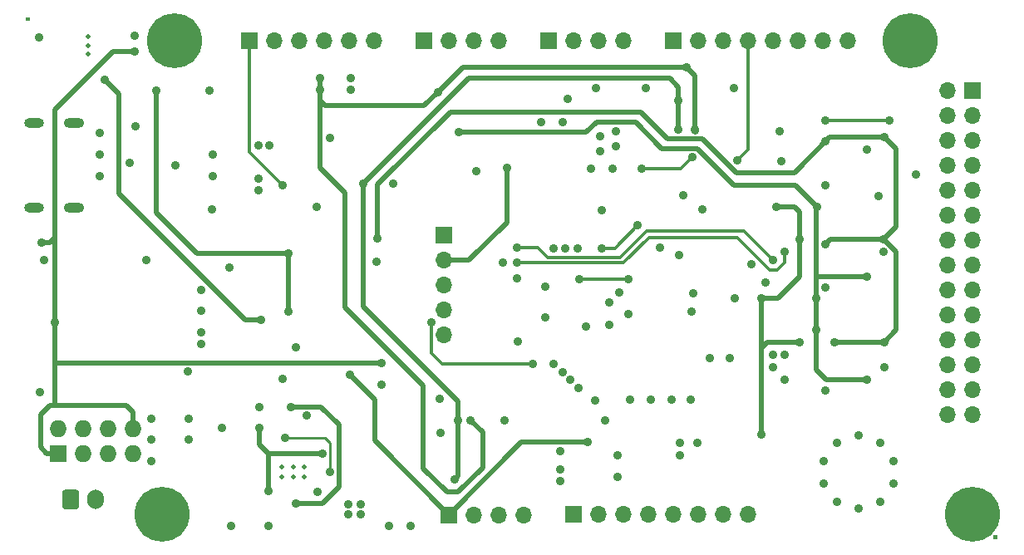
<source format=gbr>
G04 #@! TF.GenerationSoftware,KiCad,Pcbnew,5.1.10-88a1d61d58~90~ubuntu20.04.1*
G04 #@! TF.CreationDate,2021-08-06T09:09:21+02:00*
G04 #@! TF.ProjectId,PSLab,50534c61-622e-46b6-9963-61645f706362,v6.1*
G04 #@! TF.SameCoordinates,Original*
G04 #@! TF.FileFunction,Copper,L3,Inr*
G04 #@! TF.FilePolarity,Positive*
%FSLAX46Y46*%
G04 Gerber Fmt 4.6, Leading zero omitted, Abs format (unit mm)*
G04 Created by KiCad (PCBNEW 5.1.10-88a1d61d58~90~ubuntu20.04.1) date 2021-08-06 09:09:21*
%MOMM*%
%LPD*%
G01*
G04 APERTURE LIST*
G04 #@! TA.AperFunction,ComponentPad*
%ADD10O,1.700000X1.700000*%
G04 #@! TD*
G04 #@! TA.AperFunction,ComponentPad*
%ADD11R,1.700000X1.700000*%
G04 #@! TD*
G04 #@! TA.AperFunction,ComponentPad*
%ADD12C,0.500000*%
G04 #@! TD*
G04 #@! TA.AperFunction,ComponentPad*
%ADD13R,1.727200X1.727200*%
G04 #@! TD*
G04 #@! TA.AperFunction,ComponentPad*
%ADD14O,1.727200X1.727200*%
G04 #@! TD*
G04 #@! TA.AperFunction,ComponentPad*
%ADD15O,2.100000X1.000000*%
G04 #@! TD*
G04 #@! TA.AperFunction,ComponentPad*
%ADD16O,2.000000X1.000000*%
G04 #@! TD*
G04 #@! TA.AperFunction,ComponentPad*
%ADD17C,5.600000*%
G04 #@! TD*
G04 #@! TA.AperFunction,ComponentPad*
%ADD18O,1.700000X2.000000*%
G04 #@! TD*
G04 #@! TA.AperFunction,ViaPad*
%ADD19C,0.914400*%
G04 #@! TD*
G04 #@! TA.AperFunction,Conductor*
%ADD20C,0.508000*%
G04 #@! TD*
G04 #@! TA.AperFunction,Conductor*
%ADD21C,0.304800*%
G04 #@! TD*
G04 #@! TA.AperFunction,Conductor*
%ADD22C,0.254000*%
G04 #@! TD*
G04 #@! TA.AperFunction,Conductor*
%ADD23C,0.406400*%
G04 #@! TD*
G04 #@! TA.AperFunction,Conductor*
%ADD24C,0.762000*%
G04 #@! TD*
G04 #@! TA.AperFunction,NonConductor*
%ADD25C,0.030000*%
G04 #@! TD*
G04 #@! TA.AperFunction,NonConductor*
%ADD26C,0.100000*%
G04 #@! TD*
G04 APERTURE END LIST*
D10*
X133612000Y-92752000D03*
X133612000Y-90212000D03*
X133612000Y-87672000D03*
X133612000Y-85132000D03*
D11*
X133612000Y-82592000D03*
D12*
X97350000Y-62371000D03*
X97350000Y-64149000D03*
X97350000Y-63260000D03*
X119388000Y-107230000D03*
X119388000Y-106214000D03*
X118245000Y-106214000D03*
X118245000Y-107230000D03*
X117102000Y-106214000D03*
X117102000Y-107230000D03*
D13*
X94305500Y-104817000D03*
D14*
X94305500Y-102277000D03*
X96845500Y-104817000D03*
X96845500Y-102277000D03*
X99385500Y-104817000D03*
X99385500Y-102277000D03*
X101925500Y-104817000D03*
X101925500Y-102277000D03*
D15*
X95945000Y-71160000D03*
X95945000Y-79800000D03*
D16*
X91865000Y-71160000D03*
X91865000Y-79800000D03*
D17*
X104880000Y-111020000D03*
G04 #@! TA.AperFunction,ComponentPad*
G36*
G01*
X94725500Y-110266000D02*
X94725500Y-108766000D01*
G75*
G02*
X94975500Y-108516000I250000J0D01*
G01*
X96175500Y-108516000D01*
G75*
G02*
X96425500Y-108766000I0J-250000D01*
G01*
X96425500Y-110266000D01*
G75*
G02*
X96175500Y-110516000I-250000J0D01*
G01*
X94975500Y-110516000D01*
G75*
G02*
X94725500Y-110266000I0J250000D01*
G01*
G37*
G04 #@! TD.AperFunction*
D18*
X98075500Y-109516000D03*
D17*
X181090000Y-62780000D03*
X106150000Y-62770000D03*
X187420000Y-111010000D03*
D11*
X187460000Y-67860000D03*
D10*
X184920000Y-67860000D03*
X187460000Y-70400000D03*
X184920000Y-70400000D03*
X187460000Y-72940000D03*
X184920000Y-72940000D03*
X187460000Y-75480000D03*
X184920000Y-75480000D03*
X187460000Y-78020000D03*
X184920000Y-78020000D03*
X187460000Y-80560000D03*
X184920000Y-80560000D03*
X187460000Y-83100000D03*
X184920000Y-83100000D03*
X187460000Y-85640000D03*
X184920000Y-85640000D03*
X187460000Y-88180000D03*
X184920000Y-88180000D03*
X187460000Y-90720000D03*
X184920000Y-90720000D03*
X187460000Y-93260000D03*
X184920000Y-93260000D03*
X187460000Y-95800000D03*
X184920000Y-95800000D03*
X187460000Y-98340000D03*
X184920000Y-98340000D03*
X187460000Y-100880000D03*
X184920000Y-100880000D03*
D11*
X156980000Y-62780000D03*
D10*
X159520000Y-62780000D03*
X162060000Y-62780000D03*
X164600000Y-62780000D03*
X167140000Y-62780000D03*
X169680000Y-62780000D03*
X172220000Y-62780000D03*
X174760000Y-62780000D03*
X164600000Y-111040000D03*
X162060000Y-111040000D03*
X159520000Y-111040000D03*
X156980000Y-111040000D03*
X154440000Y-111040000D03*
X151900000Y-111040000D03*
X149360000Y-111040000D03*
D11*
X146820000Y-111040000D03*
X131580000Y-62780000D03*
D10*
X134120000Y-62780000D03*
X136660000Y-62780000D03*
X139200000Y-62780000D03*
D11*
X144280000Y-62780000D03*
D10*
X146820000Y-62780000D03*
X149360000Y-62780000D03*
X151900000Y-62780000D03*
X141740000Y-111074000D03*
X139200000Y-111074000D03*
X136660000Y-111074000D03*
D11*
X134120000Y-111074000D03*
X113800000Y-62780000D03*
D10*
X116340000Y-62780000D03*
X118880000Y-62780000D03*
X121420000Y-62780000D03*
X123960000Y-62780000D03*
X126500000Y-62780000D03*
D19*
X148199002Y-103692000D03*
X104338000Y-67796024D03*
X124023500Y-96816000D03*
X117737000Y-90339008D03*
X117737000Y-84433506D03*
X141012600Y-85399000D03*
X168283006Y-94720500D03*
X168283004Y-84243000D03*
X108910500Y-90275500D03*
X157678500Y-105007500D03*
X144751558Y-83900697D03*
X149550500Y-72495500D03*
X157678500Y-103737500D03*
X145931000Y-83925500D03*
X141004300Y-83799000D03*
X167140000Y-94720500D03*
X167140000Y-85128390D03*
X108910500Y-92498000D03*
X163456992Y-74972000D03*
X151099200Y-73503500D03*
X107577004Y-101261000D03*
X179014512Y-70908000D03*
X172474000Y-70907996D03*
X107577000Y-103420000D03*
X176728500Y-73829000D03*
X152408000Y-87037000D03*
X147391500Y-87037000D03*
X150757000Y-75797496D03*
X108910500Y-88116500D03*
X111768000Y-85894000D03*
X108910500Y-93641000D03*
X142629000Y-95673000D03*
X132342000Y-91482000D03*
X118499000Y-94022000D03*
X143899000Y-90910500D03*
X149550500Y-74019500D03*
X149105982Y-67606000D03*
X178443000Y-95990500D03*
X167140000Y-95990504D03*
X164919000Y-85513000D03*
X178379502Y-84243000D03*
X117419500Y-103229500D03*
X121991500Y-106722000D03*
X98560000Y-72114501D03*
X115006500Y-91164500D03*
X99068000Y-66713972D03*
X119648000Y-100921210D03*
X120721500Y-108754000D03*
X110053500Y-76559500D03*
X98577000Y-76571500D03*
X110053500Y-74337000D03*
X98577000Y-74351500D03*
X162695000Y-95101500D03*
X150439500Y-89386499D03*
X144787992Y-95673000D03*
X145486500Y-106468000D03*
X145690000Y-96562000D03*
X145486500Y-104563000D03*
X158758000Y-99292500D03*
X156789504Y-99292494D03*
X154694000Y-99292504D03*
X152535000Y-99292500D03*
X117165498Y-77448500D03*
X139644500Y-85386002D03*
X141168500Y-93387000D03*
X141041500Y-86973500D03*
X158821500Y-90338996D03*
X158948500Y-74598221D03*
X153741500Y-75797500D03*
X168283000Y-97260500D03*
X150439500Y-91736000D03*
X166374390Y-87386784D03*
X152408000Y-90593000D03*
X102116000Y-63835000D03*
X92654500Y-83367000D03*
X93988000Y-91418500D03*
X127262000Y-95609500D03*
X140026000Y-75734500D03*
X147290000Y-98149500D03*
X151264998Y-105007500D03*
X134691500Y-107484000D03*
X135072016Y-101452000D03*
X157487992Y-68812492D03*
X125368500Y-77321506D03*
X157488000Y-71797000D03*
X165933500Y-102912000D03*
X169869000Y-93450500D03*
X165947000Y-89005500D03*
X169869000Y-82973000D03*
X167457500Y-79671000D03*
X136342500Y-101451500D03*
X158313500Y-65447000D03*
X132976998Y-67987000D03*
X120986500Y-66526500D03*
X120975500Y-67733000D03*
X159138998Y-71797000D03*
X176728500Y-86783000D03*
X176665000Y-97260500D03*
X171521500Y-89005500D03*
X171521500Y-92244000D03*
X135095000Y-72098500D03*
X171585000Y-79671000D03*
X178379500Y-82973000D03*
X172474000Y-73003500D03*
X178443000Y-93450500D03*
X178443000Y-72559000D03*
X126840020Y-82893500D03*
X173426500Y-93450506D03*
X172474000Y-83477390D03*
X146490000Y-97324000D03*
X151264998Y-107166500D03*
X149677504Y-80052000D03*
X149677500Y-83925500D03*
X153360500Y-81576000D03*
X157995998Y-78527998D03*
X103767000Y-103356500D03*
X103767000Y-101261000D03*
X124087000Y-67733000D03*
X125103000Y-110024000D03*
X125103000Y-111040000D03*
X123833000Y-111040000D03*
X123833000Y-110024000D03*
X175840000Y-102991500D03*
X102098400Y-62239200D03*
X133233000Y-102727000D03*
X102180000Y-71510300D03*
X173647267Y-103703962D03*
X172292084Y-105569212D03*
X172292084Y-107874788D03*
X173647267Y-109740038D03*
X175840000Y-110452500D03*
X178032733Y-109740038D03*
X179387916Y-107874788D03*
X179387916Y-105569212D03*
X178032733Y-103703962D03*
X159456500Y-103737500D03*
X115768500Y-112183000D03*
X111958500Y-112183000D03*
X128024000Y-112183000D03*
X130183000Y-112183000D03*
X92400506Y-62454400D03*
X150047211Y-101436973D03*
X145486500Y-107611000D03*
X143518000Y-71035000D03*
X148979000Y-99419500D03*
X172474000Y-98403496D03*
X143899000Y-87799002D03*
X139805694Y-101451500D03*
X181681500Y-76369000D03*
X151138000Y-71987500D03*
X148598000Y-75797500D03*
X124087000Y-66526500D03*
X172474000Y-87862500D03*
X177871500Y-78591500D03*
X163266500Y-89005504D03*
X160726000Y-95101990D03*
X148090000Y-91863004D03*
X128443500Y-77321500D03*
X103767000Y-105579000D03*
X127262000Y-97768504D03*
X111006000Y-102213500D03*
X114816008Y-100054500D03*
X114752500Y-73434000D03*
X114727518Y-77956500D03*
X114727518Y-76813500D03*
X115832000Y-73434000D03*
X146185000Y-68685500D03*
X145738884Y-71036622D03*
X106244000Y-75416500D03*
X101608000Y-75226000D03*
X92455000Y-98601468D03*
X92905000Y-85101484D03*
X103255000Y-85101484D03*
X107555012Y-96476710D03*
X117139000Y-97209500D03*
X136914000Y-76051500D03*
X120657994Y-79671000D03*
X109736000Y-67796490D03*
X121991500Y-72685996D03*
X147260890Y-83925500D03*
X154186000Y-67606000D03*
X163139500Y-67606000D03*
X151421061Y-88436937D03*
X172474000Y-77512000D03*
X109990000Y-79925000D03*
X126750982Y-85259000D03*
X133167500Y-99277956D03*
X118498992Y-109893390D03*
X118053500Y-100054000D03*
X115768500Y-108627000D03*
X114816000Y-102213500D03*
X121251290Y-104817000D03*
X167989000Y-75012500D03*
X157551500Y-84624000D03*
X167838500Y-71987504D03*
X159901000Y-79925000D03*
X159012000Y-88497500D03*
X155646502Y-83798502D03*
D20*
X141502000Y-103692000D02*
X148199002Y-103692000D01*
X134120000Y-111074000D02*
X141502000Y-103692000D01*
X126569521Y-99362021D02*
X124023500Y-96816000D01*
X126569521Y-103523521D02*
X126569521Y-99362021D01*
X134120000Y-111074000D02*
X126569521Y-103523521D01*
X117737000Y-90339008D02*
X117737000Y-84433506D01*
X108466006Y-84433506D02*
X117737000Y-84433506D01*
X104338000Y-67796024D02*
X104338000Y-80305500D01*
X104338000Y-80305500D02*
X108466006Y-84433506D01*
D21*
X168283004Y-85322496D02*
X168283004Y-84243000D01*
X166822500Y-86084500D02*
X167521000Y-86084500D01*
X163520500Y-82782500D02*
X166822500Y-86084500D01*
X167521000Y-86084500D02*
X168283004Y-85322496D01*
X154503500Y-82782500D02*
X163520500Y-82782500D01*
X151887000Y-85399000D02*
X154503500Y-82782500D01*
X141012600Y-85399000D02*
X151887000Y-85399000D01*
X166682801Y-84671191D02*
X167140000Y-85128390D01*
X164159110Y-82147500D02*
X166682801Y-84671191D01*
X144216500Y-84814500D02*
X151582500Y-84814500D01*
X154249500Y-82147500D02*
X164159110Y-82147500D01*
X151582500Y-84814500D02*
X154249500Y-82147500D01*
X143201000Y-83799000D02*
X144216500Y-84814500D01*
X141004300Y-83799000D02*
X143201000Y-83799000D01*
X164600000Y-62780000D02*
X164600000Y-73828992D01*
X164600000Y-73828992D02*
X163456992Y-74972000D01*
X179014512Y-70908000D02*
X172474004Y-70908000D01*
X172474004Y-70908000D02*
X172474000Y-70907996D01*
X152408000Y-87037000D02*
X147391500Y-87037000D01*
X133421500Y-95673000D02*
X132342000Y-94593500D01*
X142629000Y-95673000D02*
X133421500Y-95673000D01*
X132342000Y-94593500D02*
X132342000Y-91482000D01*
D22*
X121483500Y-103229500D02*
X117419500Y-103229500D01*
X121991500Y-103737500D02*
X121483500Y-103229500D01*
X121991500Y-106722000D02*
X121991500Y-103737500D01*
D20*
X100528500Y-68174472D02*
X99068000Y-66713972D01*
X100528500Y-78337500D02*
X100528500Y-68174472D01*
X113355500Y-91164500D02*
X100528500Y-78337500D01*
X115006500Y-91164500D02*
X113355500Y-91164500D01*
D21*
X113800000Y-65891500D02*
X113800000Y-62780000D01*
X113800000Y-62780000D02*
X113800000Y-74083002D01*
X113800000Y-74083002D02*
X117165498Y-77448500D01*
X157749221Y-75797500D02*
X153741500Y-75797500D01*
X158948500Y-74598221D02*
X157749221Y-75797500D01*
D23*
X101925500Y-101070500D02*
X101925500Y-102277000D01*
D21*
X101925500Y-100880000D02*
X101925500Y-102277000D01*
D20*
X102116000Y-63835000D02*
X99918000Y-63835000D01*
X99918000Y-63835000D02*
X93988000Y-69765000D01*
X93467000Y-83367000D02*
X92654500Y-83367000D01*
X93988000Y-82846000D02*
X93467000Y-83367000D01*
X93988000Y-69765000D02*
X93988000Y-82465000D01*
X93988000Y-82465000D02*
X93988000Y-82846000D01*
X93988000Y-82465000D02*
X93988000Y-91418500D01*
X102243000Y-95609500D02*
X127262000Y-95609500D01*
X97861500Y-95609500D02*
X98941000Y-95609500D01*
X97925000Y-95609500D02*
X97861500Y-95609500D01*
X97798000Y-95609500D02*
X97861500Y-95609500D01*
X94877000Y-95609500D02*
X102243000Y-95609500D01*
X101925500Y-100562500D02*
X101925500Y-102277000D01*
X101290500Y-99927500D02*
X101925500Y-100562500D01*
X92527500Y-100880000D02*
X93480000Y-99927500D01*
X92527500Y-104182000D02*
X92527500Y-100880000D01*
X93162500Y-104817000D02*
X92527500Y-104182000D01*
X94305500Y-104817000D02*
X93162500Y-104817000D01*
X94750000Y-99927500D02*
X101290500Y-99927500D01*
X93480000Y-99927500D02*
X94750000Y-99927500D01*
X93988000Y-95609500D02*
X94877000Y-95609500D01*
X93988000Y-91418500D02*
X93988000Y-95609500D01*
X93988000Y-99927500D02*
X94750000Y-99927500D01*
X93988000Y-95609500D02*
X93988000Y-99927500D01*
X133612000Y-85132000D02*
X136152000Y-85132000D01*
X140026000Y-81258000D02*
X140026000Y-75734500D01*
X136152000Y-85132000D02*
X140026000Y-81258000D01*
X135072016Y-107103484D02*
X135072016Y-101452000D01*
X134691500Y-107484000D02*
X135072016Y-107103484D01*
X125825699Y-76864307D02*
X125368500Y-77321506D01*
X136100006Y-66590000D02*
X125825699Y-76864307D01*
X156599000Y-66590000D02*
X136100006Y-66590000D01*
X157487992Y-67478992D02*
X156599000Y-66590000D01*
X157487992Y-68812492D02*
X157487992Y-67478992D01*
X157487992Y-71796992D02*
X157488000Y-71797000D01*
X157487992Y-68812492D02*
X157487992Y-71796992D01*
D21*
X157342702Y-72069300D02*
X157488000Y-71924002D01*
X157488000Y-71924002D02*
X157488000Y-71797000D01*
D20*
X125368500Y-77968084D02*
X125368500Y-77321506D01*
X125368500Y-89828770D02*
X125368500Y-77968084D01*
X135072016Y-99532286D02*
X125368500Y-89828770D01*
X135072016Y-101452000D02*
X135072016Y-99532286D01*
X165933500Y-102912000D02*
X165933500Y-94085500D01*
X166568500Y-93450500D02*
X169869000Y-93450500D01*
X165933500Y-94085500D02*
X166568500Y-93450500D01*
X165933500Y-89019000D02*
X165947000Y-89005500D01*
X165933500Y-94085500D02*
X165933500Y-89019000D01*
X165947000Y-89005500D02*
X167648000Y-89005500D01*
X169869000Y-86784500D02*
X169869000Y-82973000D01*
X167648000Y-89005500D02*
X169869000Y-86784500D01*
X169299000Y-79671000D02*
X167457500Y-79671000D01*
X169869000Y-80241000D02*
X169299000Y-79671000D01*
X169869000Y-82973000D02*
X169869000Y-80241000D01*
X135516998Y-65447000D02*
X132976998Y-67987000D01*
X158313500Y-65447000D02*
X135516998Y-65447000D01*
X120986500Y-68887000D02*
X120986500Y-66526500D01*
X121483500Y-69384000D02*
X120986500Y-68887000D01*
X131579998Y-69384000D02*
X121483500Y-69384000D01*
X132976998Y-67987000D02*
X131579998Y-69384000D01*
X159138998Y-66272498D02*
X159138998Y-71797000D01*
D24*
X159138998Y-71860488D02*
X159138998Y-71797000D01*
D20*
X158313500Y-65447000D02*
X159138998Y-66272498D01*
X137549000Y-102658000D02*
X136342500Y-101451500D01*
X137549000Y-106277500D02*
X137549000Y-102658000D01*
X135072500Y-108754000D02*
X137549000Y-106277500D01*
X131516500Y-106341000D02*
X133929500Y-108754000D01*
X131516500Y-97895500D02*
X131516500Y-106341000D01*
X123515500Y-89894500D02*
X131516500Y-97895500D01*
X133929500Y-108754000D02*
X135072500Y-108754000D01*
X123515500Y-78210500D02*
X123515500Y-89894500D01*
X120975500Y-75670500D02*
X123515500Y-78210500D01*
X120975500Y-67733000D02*
X120975500Y-75670500D01*
X171521500Y-92244000D02*
X171521500Y-89005500D01*
X171521500Y-89005500D02*
X171521500Y-85576500D01*
X171521500Y-86783000D02*
X176728500Y-86783000D01*
X171521500Y-85576500D02*
X171521500Y-86783000D01*
X171521500Y-96244500D02*
X171521500Y-92244000D01*
X172537500Y-97260500D02*
X171521500Y-96244500D01*
X176665000Y-97260500D02*
X172537500Y-97260500D01*
X171521500Y-79734500D02*
X171585000Y-79671000D01*
X171521500Y-85576500D02*
X171521500Y-79734500D01*
X149137750Y-71035000D02*
X153119947Y-71035000D01*
X169391510Y-77477510D02*
X171585000Y-79671000D01*
X163168510Y-77477510D02*
X169391510Y-77477510D01*
X159422011Y-73731011D02*
X163168510Y-77477510D01*
X135095000Y-72098500D02*
X148074250Y-72098500D01*
X148074250Y-72098500D02*
X149137750Y-71035000D01*
X155815958Y-73731011D02*
X159422011Y-73731011D01*
X153119947Y-71035000D02*
X155815958Y-73731011D01*
X179649500Y-92244000D02*
X178443000Y-93450500D01*
X179649500Y-84243000D02*
X179649500Y-92244000D01*
X178379500Y-82973000D02*
X179649500Y-84243000D01*
X179649500Y-73765500D02*
X178443000Y-72559000D01*
X178379500Y-82973000D02*
X179649500Y-81703000D01*
X179649500Y-81703000D02*
X179649500Y-73765500D01*
X173426506Y-93450500D02*
X173426500Y-93450506D01*
X178443000Y-93450500D02*
X173426506Y-93450500D01*
X126840020Y-77425980D02*
X126840020Y-82893500D01*
X134247000Y-70019000D02*
X126840020Y-77425980D01*
X153678000Y-70019000D02*
X134247000Y-70019000D01*
X156408500Y-72749500D02*
X153678000Y-70019000D01*
X163393500Y-76178500D02*
X159964500Y-72749500D01*
X159964500Y-72749500D02*
X156408500Y-72749500D01*
X169299000Y-76178500D02*
X163393500Y-76178500D01*
X172918500Y-72559000D02*
X169299000Y-76178500D01*
X178443000Y-72559000D02*
X172918500Y-72559000D01*
X172978390Y-82973000D02*
X172474000Y-83477390D01*
X178379500Y-82973000D02*
X172978390Y-82973000D01*
D21*
X151011000Y-83925500D02*
X153360500Y-81576000D01*
X149677500Y-83925500D02*
X151011000Y-83925500D01*
D20*
X121102000Y-100054000D02*
X118053500Y-100054000D01*
X122944000Y-101896000D02*
X121102000Y-100054000D01*
X122944000Y-108182500D02*
X122944000Y-101896000D01*
X121233110Y-109893390D02*
X122944000Y-108182500D01*
X118498992Y-109893390D02*
X121233110Y-109893390D01*
X114816000Y-102213500D02*
X114816000Y-103864500D01*
X114816000Y-103864500D02*
X115768500Y-104817000D01*
X115768500Y-104817000D02*
X115768500Y-105261500D01*
X115768500Y-105261500D02*
X115768500Y-108627000D01*
X115768500Y-104817000D02*
X121251290Y-104817000D01*
D25*
X91369500Y-60669500D02*
X91035000Y-60669500D01*
X91035000Y-60365000D01*
X91369500Y-60365000D01*
X91369500Y-60669500D01*
G04 #@! TA.AperFunction,NonConductor*
D26*
G36*
X91369500Y-60669500D02*
G01*
X91035000Y-60669500D01*
X91035000Y-60365000D01*
X91369500Y-60365000D01*
X91369500Y-60669500D01*
G37*
G04 #@! TD.AperFunction*
D25*
X189875001Y-113485000D02*
X189570500Y-113485000D01*
X189570500Y-113150500D01*
X189875001Y-113150500D01*
X189875001Y-113485000D01*
G04 #@! TA.AperFunction,NonConductor*
D26*
G36*
X189875001Y-113485000D02*
G01*
X189570500Y-113485000D01*
X189570500Y-113150500D01*
X189875001Y-113150500D01*
X189875001Y-113485000D01*
G37*
G04 #@! TD.AperFunction*
M02*

</source>
